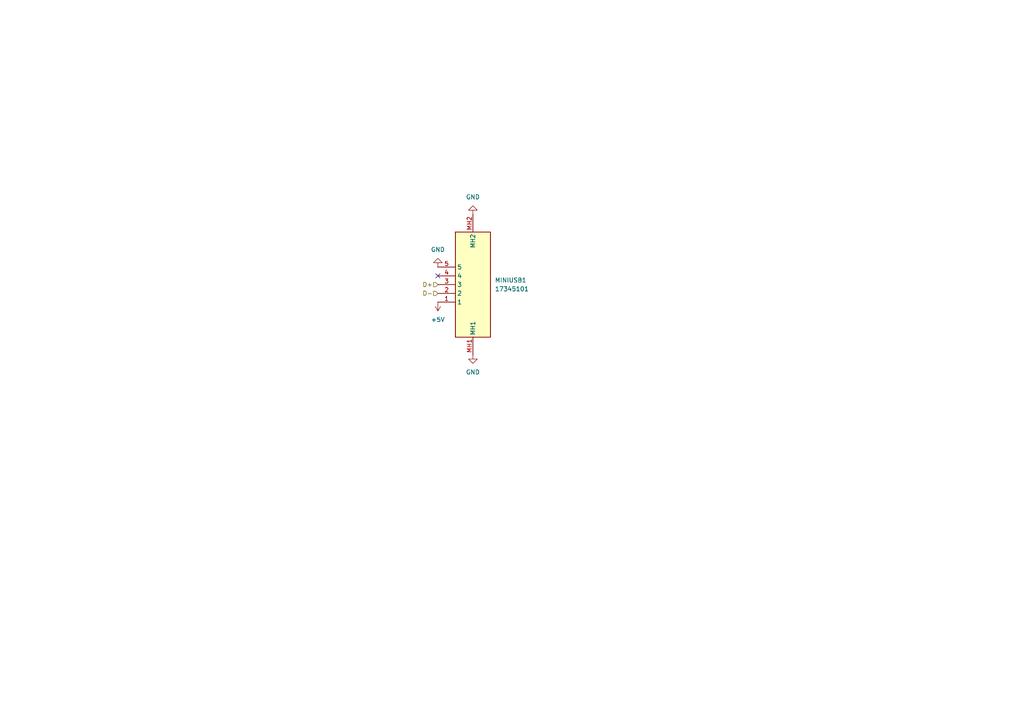
<source format=kicad_sch>
(kicad_sch
	(version 20231120)
	(generator "eeschema")
	(generator_version "8.0")
	(uuid "212bdc44-039c-4166-b20a-572444161dc3")
	(paper "A4")
	(lib_symbols
		(symbol "Library_Loader:1734510-1"
			(exclude_from_sim no)
			(in_bom yes)
			(on_board yes)
			(property "Reference" "J"
				(at 16.51 15.24 0)
				(effects
					(font
						(size 1.27 1.27)
					)
					(justify left top)
				)
			)
			(property "Value" "1734510-1"
				(at 16.51 12.7 0)
				(effects
					(font
						(size 1.27 1.27)
					)
					(justify left top)
				)
			)
			(property "Footprint" "17345101"
				(at 16.51 -87.3 0)
				(effects
					(font
						(size 1.27 1.27)
					)
					(justify left top)
					(hide yes)
				)
			)
			(property "Datasheet" "https://componentsearchengine.com/Datasheets/1/1734510-1.pdf"
				(at 16.51 -187.3 0)
				(effects
					(font
						(size 1.27 1.27)
					)
					(justify left top)
					(hide yes)
				)
			)
			(property "Description" "Body Features: Offset 0 MM | Shell Plating Finish Matte | Shell Plating Material Tin over Nickel | Connector Profile Mini | Configuration Features: Number of Ports 1 | Number of Positions 5 | Contact Features: Contact Mating Area Plating Material Gold Flash over Palladium Nickel | Contact Current Rating (Max) 1 AMP | Contact Mating Area Plating Material Thickness 29.92 MICIN | Contact Mating Area Plating Material Thickness .76 MICM | Dimensions: PCB Thickness (Recommended) 1.6 MM | PCB Thickness (Recommende"
				(at 0 0 0)
				(effects
					(font
						(size 1.27 1.27)
					)
					(hide yes)
				)
			)
			(property "Height" "4.09"
				(at 16.51 -387.3 0)
				(effects
					(font
						(size 1.27 1.27)
					)
					(justify left top)
					(hide yes)
				)
			)
			(property "Mouser Part Number" "571-1734510-1"
				(at 16.51 -487.3 0)
				(effects
					(font
						(size 1.27 1.27)
					)
					(justify left top)
					(hide yes)
				)
			)
			(property "Mouser Price/Stock" "https://www.mouser.co.uk/ProductDetail/TE-Connectivity/1734510-1?qs=kTKVN3NWb5H1XV30AnRhiA%3D%3D"
				(at 16.51 -587.3 0)
				(effects
					(font
						(size 1.27 1.27)
					)
					(justify left top)
					(hide yes)
				)
			)
			(property "Manufacturer_Name" "TE Connectivity"
				(at 16.51 -687.3 0)
				(effects
					(font
						(size 1.27 1.27)
					)
					(justify left top)
					(hide yes)
				)
			)
			(property "Manufacturer_Part_Number" "1734510-1"
				(at 16.51 -787.3 0)
				(effects
					(font
						(size 1.27 1.27)
					)
					(justify left top)
					(hide yes)
				)
			)
			(symbol "1734510-1_1_1"
				(rectangle
					(start 5.08 10.16)
					(end 15.24 -20.32)
					(stroke
						(width 0.254)
						(type default)
					)
					(fill
						(type background)
					)
				)
				(pin passive line
					(at 0 -10.16 0)
					(length 5.08)
					(name "1"
						(effects
							(font
								(size 1.27 1.27)
							)
						)
					)
					(number "1"
						(effects
							(font
								(size 1.27 1.27)
							)
						)
					)
				)
				(pin passive line
					(at 0 -7.62 0)
					(length 5.08)
					(name "2"
						(effects
							(font
								(size 1.27 1.27)
							)
						)
					)
					(number "2"
						(effects
							(font
								(size 1.27 1.27)
							)
						)
					)
				)
				(pin passive line
					(at 0 -5.08 0)
					(length 5.08)
					(name "3"
						(effects
							(font
								(size 1.27 1.27)
							)
						)
					)
					(number "3"
						(effects
							(font
								(size 1.27 1.27)
							)
						)
					)
				)
				(pin passive line
					(at 0 -2.54 0)
					(length 5.08)
					(name "4"
						(effects
							(font
								(size 1.27 1.27)
							)
						)
					)
					(number "4"
						(effects
							(font
								(size 1.27 1.27)
							)
						)
					)
				)
				(pin passive line
					(at 0 0 0)
					(length 5.08)
					(name "5"
						(effects
							(font
								(size 1.27 1.27)
							)
						)
					)
					(number "5"
						(effects
							(font
								(size 1.27 1.27)
							)
						)
					)
				)
				(pin passive line
					(at 10.16 -25.4 90)
					(length 5.08)
					(name "MH1"
						(effects
							(font
								(size 1.27 1.27)
							)
						)
					)
					(number "MH1"
						(effects
							(font
								(size 1.27 1.27)
							)
						)
					)
				)
				(pin passive line
					(at 10.16 15.24 270)
					(length 5.08)
					(name "MH2"
						(effects
							(font
								(size 1.27 1.27)
							)
						)
					)
					(number "MH2"
						(effects
							(font
								(size 1.27 1.27)
							)
						)
					)
				)
			)
		)
		(symbol "power:+5V"
			(power)
			(pin_numbers hide)
			(pin_names
				(offset 0) hide)
			(exclude_from_sim no)
			(in_bom yes)
			(on_board yes)
			(property "Reference" "#PWR"
				(at 0 -3.81 0)
				(effects
					(font
						(size 1.27 1.27)
					)
					(hide yes)
				)
			)
			(property "Value" "+5V"
				(at 0 3.556 0)
				(effects
					(font
						(size 1.27 1.27)
					)
				)
			)
			(property "Footprint" ""
				(at 0 0 0)
				(effects
					(font
						(size 1.27 1.27)
					)
					(hide yes)
				)
			)
			(property "Datasheet" ""
				(at 0 0 0)
				(effects
					(font
						(size 1.27 1.27)
					)
					(hide yes)
				)
			)
			(property "Description" "Power symbol creates a global label with name \"+5V\""
				(at 0 0 0)
				(effects
					(font
						(size 1.27 1.27)
					)
					(hide yes)
				)
			)
			(property "ki_keywords" "global power"
				(at 0 0 0)
				(effects
					(font
						(size 1.27 1.27)
					)
					(hide yes)
				)
			)
			(symbol "+5V_0_1"
				(polyline
					(pts
						(xy -0.762 1.27) (xy 0 2.54)
					)
					(stroke
						(width 0)
						(type default)
					)
					(fill
						(type none)
					)
				)
				(polyline
					(pts
						(xy 0 0) (xy 0 2.54)
					)
					(stroke
						(width 0)
						(type default)
					)
					(fill
						(type none)
					)
				)
				(polyline
					(pts
						(xy 0 2.54) (xy 0.762 1.27)
					)
					(stroke
						(width 0)
						(type default)
					)
					(fill
						(type none)
					)
				)
			)
			(symbol "+5V_1_1"
				(pin power_in line
					(at 0 0 90)
					(length 0)
					(name "~"
						(effects
							(font
								(size 1.27 1.27)
							)
						)
					)
					(number "1"
						(effects
							(font
								(size 1.27 1.27)
							)
						)
					)
				)
			)
		)
		(symbol "power:GND"
			(power)
			(pin_numbers hide)
			(pin_names
				(offset 0) hide)
			(exclude_from_sim no)
			(in_bom yes)
			(on_board yes)
			(property "Reference" "#PWR"
				(at 0 -6.35 0)
				(effects
					(font
						(size 1.27 1.27)
					)
					(hide yes)
				)
			)
			(property "Value" "GND"
				(at 0 -3.81 0)
				(effects
					(font
						(size 1.27 1.27)
					)
				)
			)
			(property "Footprint" ""
				(at 0 0 0)
				(effects
					(font
						(size 1.27 1.27)
					)
					(hide yes)
				)
			)
			(property "Datasheet" ""
				(at 0 0 0)
				(effects
					(font
						(size 1.27 1.27)
					)
					(hide yes)
				)
			)
			(property "Description" "Power symbol creates a global label with name \"GND\" , ground"
				(at 0 0 0)
				(effects
					(font
						(size 1.27 1.27)
					)
					(hide yes)
				)
			)
			(property "ki_keywords" "global power"
				(at 0 0 0)
				(effects
					(font
						(size 1.27 1.27)
					)
					(hide yes)
				)
			)
			(symbol "GND_0_1"
				(polyline
					(pts
						(xy 0 0) (xy 0 -1.27) (xy 1.27 -1.27) (xy 0 -2.54) (xy -1.27 -1.27) (xy 0 -1.27)
					)
					(stroke
						(width 0)
						(type default)
					)
					(fill
						(type none)
					)
				)
			)
			(symbol "GND_1_1"
				(pin power_in line
					(at 0 0 270)
					(length 0)
					(name "~"
						(effects
							(font
								(size 1.27 1.27)
							)
						)
					)
					(number "1"
						(effects
							(font
								(size 1.27 1.27)
							)
						)
					)
				)
			)
		)
	)
	(no_connect
		(at 127 80.01)
		(uuid "8e3dbbad-da1f-4b71-8db0-65131d451044")
	)
	(hierarchical_label "D+"
		(shape input)
		(at 127 82.55 180)
		(fields_autoplaced yes)
		(effects
			(font
				(size 1.27 1.27)
			)
			(justify right)
		)
		(uuid "24d227a4-7432-4319-9d76-2870b037e7f4")
	)
	(hierarchical_label "D-"
		(shape input)
		(at 127 85.09 180)
		(fields_autoplaced yes)
		(effects
			(font
				(size 1.27 1.27)
			)
			(justify right)
		)
		(uuid "dc9baccf-6420-4bd8-8a74-720614f281de")
	)
	(symbol
		(lib_id "power:GND")
		(at 137.16 102.87 0)
		(unit 1)
		(exclude_from_sim no)
		(in_bom yes)
		(on_board yes)
		(dnp no)
		(fields_autoplaced yes)
		(uuid "1ba8f1b6-7d18-4d2e-9360-478be3d3951f")
		(property "Reference" "#PWR027"
			(at 137.16 109.22 0)
			(effects
				(font
					(size 1.27 1.27)
				)
				(hide yes)
			)
		)
		(property "Value" "GND"
			(at 137.16 107.95 0)
			(effects
				(font
					(size 1.27 1.27)
				)
			)
		)
		(property "Footprint" ""
			(at 137.16 102.87 0)
			(effects
				(font
					(size 1.27 1.27)
				)
				(hide yes)
			)
		)
		(property "Datasheet" ""
			(at 137.16 102.87 0)
			(effects
				(font
					(size 1.27 1.27)
				)
				(hide yes)
			)
		)
		(property "Description" "Power symbol creates a global label with name \"GND\" , ground"
			(at 137.16 102.87 0)
			(effects
				(font
					(size 1.27 1.27)
				)
				(hide yes)
			)
		)
		(pin "1"
			(uuid "8bd897d6-b1e7-416b-810f-a3cd7a49064a")
		)
		(instances
			(project "PCB_CDFR"
				(path "/3c3cb7cd-e8cc-430c-ac5b-45b76eff6266/2c1094ee-b420-4334-80e9-f4c5c70ba519"
					(reference "#PWR027")
					(unit 1)
				)
			)
		)
	)
	(symbol
		(lib_id "power:+5V")
		(at 127 87.63 180)
		(unit 1)
		(exclude_from_sim no)
		(in_bom yes)
		(on_board yes)
		(dnp no)
		(fields_autoplaced yes)
		(uuid "80f1a8c6-8a88-453b-9461-f59a58e997b8")
		(property "Reference" "#PWR021"
			(at 127 83.82 0)
			(effects
				(font
					(size 1.27 1.27)
				)
				(hide yes)
			)
		)
		(property "Value" "+5V"
			(at 127 92.71 0)
			(effects
				(font
					(size 1.27 1.27)
				)
			)
		)
		(property "Footprint" ""
			(at 127 87.63 0)
			(effects
				(font
					(size 1.27 1.27)
				)
				(hide yes)
			)
		)
		(property "Datasheet" ""
			(at 127 87.63 0)
			(effects
				(font
					(size 1.27 1.27)
				)
				(hide yes)
			)
		)
		(property "Description" "Power symbol creates a global label with name \"+5V\""
			(at 127 87.63 0)
			(effects
				(font
					(size 1.27 1.27)
				)
				(hide yes)
			)
		)
		(pin "1"
			(uuid "c50b8dfb-39dc-4933-b510-44162b960ca2")
		)
		(instances
			(project "PCB_CDFR"
				(path "/3c3cb7cd-e8cc-430c-ac5b-45b76eff6266/2c1094ee-b420-4334-80e9-f4c5c70ba519"
					(reference "#PWR021")
					(unit 1)
				)
			)
		)
	)
	(symbol
		(lib_id "power:GND")
		(at 137.16 62.23 180)
		(unit 1)
		(exclude_from_sim no)
		(in_bom yes)
		(on_board yes)
		(dnp no)
		(fields_autoplaced yes)
		(uuid "84741188-f77c-4145-8cad-61a84493cf1e")
		(property "Reference" "#PWR026"
			(at 137.16 55.88 0)
			(effects
				(font
					(size 1.27 1.27)
				)
				(hide yes)
			)
		)
		(property "Value" "GND"
			(at 137.16 57.15 0)
			(effects
				(font
					(size 1.27 1.27)
				)
			)
		)
		(property "Footprint" ""
			(at 137.16 62.23 0)
			(effects
				(font
					(size 1.27 1.27)
				)
				(hide yes)
			)
		)
		(property "Datasheet" ""
			(at 137.16 62.23 0)
			(effects
				(font
					(size 1.27 1.27)
				)
				(hide yes)
			)
		)
		(property "Description" "Power symbol creates a global label with name \"GND\" , ground"
			(at 137.16 62.23 0)
			(effects
				(font
					(size 1.27 1.27)
				)
				(hide yes)
			)
		)
		(pin "1"
			(uuid "7791d499-3d9e-4b4c-8b46-68314d70dcdb")
		)
		(instances
			(project "PCB_CDFR"
				(path "/3c3cb7cd-e8cc-430c-ac5b-45b76eff6266/2c1094ee-b420-4334-80e9-f4c5c70ba519"
					(reference "#PWR026")
					(unit 1)
				)
			)
		)
	)
	(symbol
		(lib_id "power:GND")
		(at 127 77.47 180)
		(unit 1)
		(exclude_from_sim no)
		(in_bom yes)
		(on_board yes)
		(dnp no)
		(fields_autoplaced yes)
		(uuid "9c9bd083-11d2-4914-9e50-742c9311d71f")
		(property "Reference" "#PWR020"
			(at 127 71.12 0)
			(effects
				(font
					(size 1.27 1.27)
				)
				(hide yes)
			)
		)
		(property "Value" "GND"
			(at 127 72.39 0)
			(effects
				(font
					(size 1.27 1.27)
				)
			)
		)
		(property "Footprint" ""
			(at 127 77.47 0)
			(effects
				(font
					(size 1.27 1.27)
				)
				(hide yes)
			)
		)
		(property "Datasheet" ""
			(at 127 77.47 0)
			(effects
				(font
					(size 1.27 1.27)
				)
				(hide yes)
			)
		)
		(property "Description" "Power symbol creates a global label with name \"GND\" , ground"
			(at 127 77.47 0)
			(effects
				(font
					(size 1.27 1.27)
				)
				(hide yes)
			)
		)
		(pin "1"
			(uuid "5e4dc084-7785-442c-a336-d849f93a127e")
		)
		(instances
			(project "PCB_CDFR"
				(path "/3c3cb7cd-e8cc-430c-ac5b-45b76eff6266/2c1094ee-b420-4334-80e9-f4c5c70ba519"
					(reference "#PWR020")
					(unit 1)
				)
			)
		)
	)
	(symbol
		(lib_id "Library_Loader:1734510-1")
		(at 127 77.47 0)
		(unit 1)
		(exclude_from_sim no)
		(in_bom yes)
		(on_board yes)
		(dnp no)
		(fields_autoplaced yes)
		(uuid "e780672d-737c-47e7-be81-a420d9faf27b")
		(property "Reference" "MINIUSB1"
			(at 143.51 81.2799 0)
			(effects
				(font
					(size 1.27 1.27)
				)
				(justify left)
			)
		)
		(property "Value" "17345101"
			(at 143.51 83.8199 0)
			(effects
				(font
					(size 1.27 1.27)
				)
				(justify left)
			)
		)
		(property "Footprint" "Library_Loader:17345101"
			(at 143.51 164.77 0)
			(effects
				(font
					(size 1.27 1.27)
				)
				(justify left top)
				(hide yes)
			)
		)
		(property "Datasheet" "https://componentsearchengine.com/Datasheets/1/1734510-1.pdf"
			(at 143.51 264.77 0)
			(effects
				(font
					(size 1.27 1.27)
				)
				(justify left top)
				(hide yes)
			)
		)
		(property "Description" "Body Features: Offset 0 MM | Shell Plating Finish Matte | Shell Plating Material Tin over Nickel | Connector Profile Mini | Configuration Features: Number of Ports 1 | Number of Positions 5 | Contact Features: Contact Mating Area Plating Material Gold Flash over Palladium Nickel | Contact Current Rating (Max) 1 AMP | Contact Mating Area Plating Material Thickness 29.92 MICIN | Contact Mating Area Plating Material Thickness .76 MICM | Dimensions: PCB Thickness (Recommended) 1.6 MM | PCB Thickness (Recommende"
			(at 127 77.47 0)
			(effects
				(font
					(size 1.27 1.27)
				)
				(hide yes)
			)
		)
		(property "Height" "4.09"
			(at 143.51 464.77 0)
			(effects
				(font
					(size 1.27 1.27)
				)
				(justify left top)
				(hide yes)
			)
		)
		(property "Mouser Part Number" "571-1734510-1"
			(at 143.51 564.77 0)
			(effects
				(font
					(size 1.27 1.27)
				)
				(justify left top)
				(hide yes)
			)
		)
		(property "Mouser Price/Stock" "https://www.mouser.co.uk/ProductDetail/TE-Connectivity/1734510-1?qs=kTKVN3NWb5H1XV30AnRhiA%3D%3D"
			(at 143.51 664.77 0)
			(effects
				(font
					(size 1.27 1.27)
				)
				(justify left top)
				(hide yes)
			)
		)
		(property "Manufacturer_Name" "TE Connectivity"
			(at 143.51 764.77 0)
			(effects
				(font
					(size 1.27 1.27)
				)
				(justify left top)
				(hide yes)
			)
		)
		(property "Manufacturer_Part_Number" "1734510-1"
			(at 143.51 864.77 0)
			(effects
				(font
					(size 1.27 1.27)
				)
				(justify left top)
				(hide yes)
			)
		)
		(pin "4"
			(uuid "71996728-e4a3-4f70-81c6-245a8abb6f7b")
		)
		(pin "2"
			(uuid "be2c07d3-5bf8-41ee-8c7c-ff827ab02af7")
		)
		(pin "1"
			(uuid "adf22ab7-7b6c-4bbd-9543-dbedcbc94379")
		)
		(pin "MH2"
			(uuid "991f4627-779c-41ca-8d63-c7774c3c2cb5")
		)
		(pin "3"
			(uuid "8a3a4316-0570-4283-9c4b-60727a592eb8")
		)
		(pin "MH1"
			(uuid "c6eaadb6-08b2-4e37-bf80-170dea006dec")
		)
		(pin "5"
			(uuid "f9ef8490-0a55-4fd2-b85c-f745d5963ab4")
		)
		(instances
			(project "PCB_CDFR"
				(path "/3c3cb7cd-e8cc-430c-ac5b-45b76eff6266/2c1094ee-b420-4334-80e9-f4c5c70ba519"
					(reference "MINIUSB1")
					(unit 1)
				)
			)
		)
	)
)

</source>
